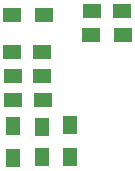
<source format=gbr>
G04 #@! TF.GenerationSoftware,KiCad,Pcbnew,(5.0.0)*
G04 #@! TF.CreationDate,2018-11-29T23:41:20-06:00*
G04 #@! TF.ProjectId,EByte_E73,45427974655F4537332E6B696361645F,rev?*
G04 #@! TF.SameCoordinates,Original*
G04 #@! TF.FileFunction,Paste,Bot*
G04 #@! TF.FilePolarity,Positive*
%FSLAX46Y46*%
G04 Gerber Fmt 4.6, Leading zero omitted, Abs format (unit mm)*
G04 Created by KiCad (PCBNEW (5.0.0)) date 11/29/18 23:41:20*
%MOMM*%
%LPD*%
G01*
G04 APERTURE LIST*
%ADD10R,1.500000X1.250000*%
%ADD11R,1.250000X1.500000*%
%ADD12R,1.300000X1.500000*%
%ADD13R,1.500000X1.300000*%
G04 APERTURE END LIST*
D10*
G04 #@! TO.C,C2*
X103494200Y-108930440D03*
X105994200Y-108930440D03*
G04 #@! TD*
G04 #@! TO.C,C1*
X103547540Y-110964980D03*
X106047540Y-110964980D03*
G04 #@! TD*
D11*
G04 #@! TO.C,C3*
X105976420Y-115740180D03*
X105976420Y-113240180D03*
G04 #@! TD*
D12*
G04 #@! TO.C,L1*
X103538020Y-113140500D03*
X103538020Y-115840500D03*
G04 #@! TD*
G04 #@! TO.C,R1*
X108325921Y-113080821D03*
X108325921Y-115780821D03*
G04 #@! TD*
D10*
G04 #@! TO.C,C4*
X103428160Y-106870500D03*
X105928160Y-106870500D03*
G04 #@! TD*
G04 #@! TO.C,C6*
X110199800Y-103388160D03*
X112699800Y-103388160D03*
G04 #@! TD*
D13*
G04 #@! TO.C,R4*
X103430080Y-103756460D03*
X106130080Y-103756460D03*
G04 #@! TD*
G04 #@! TO.C,R5*
X110144580Y-105417620D03*
X112844580Y-105417620D03*
G04 #@! TD*
M02*

</source>
